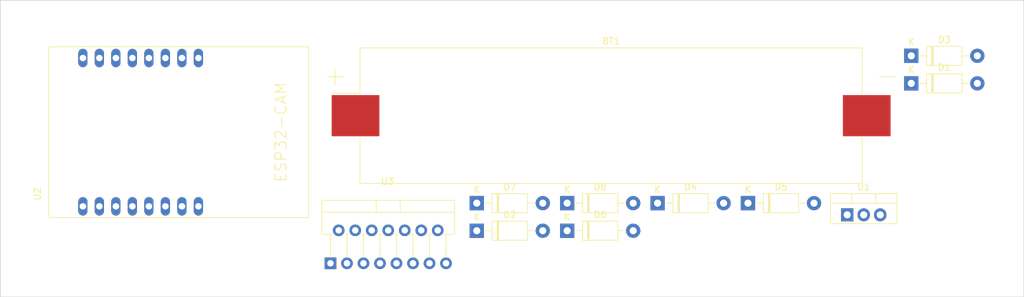
<source format=kicad_pcb>
(kicad_pcb (version 20211014) (generator pcbnew)
  (layers (0 "F.Cu" signal) (31 "B.Cu" signal) (34 "B.Paste" user) (35 "F.Paste" user) (36 "B.SilkS" user "B.Silkscreen") (37 "F.SilkS" user "F.Silkscreen") (38 "B.Mask" user) (39 "F.Mask" user) (44 "Edge.Cuts" user))
  (net 0 "")
  (net 1 "Net-(D1-Pad1)")
  (net 2 "GND")
  (net 3 "Net-(D1-Pad2)")
  (net 4 "Net-(D3-Pad2)")
  (net 5 "Net-(D5-Pad2)")
  (net 6 "Net-(D7-Pad2)")
  (net 7 "Net-(U1-Pad3)")
  (net 8 "Net-(U3-Pad5)")
  (net 9 "Net-(U3-Pad6)")
  (net 10 "Net-(U3-Pad7)")
  (net 11 "Net-(U3-Pad10)")
  (net 12 "Net-(U3-Pad11)")
  (net 13 "Net-(U3-Pad12)")
  (footprint "Diode_THT:D_DO-41_SOD81_P10.16mm_Horizontal" (layer "F.Cu") (at 116.485 89.68)
    (fp_text reference "D7" (at 5.08 -2.47) (layer "F.SilkS"))
    (fp_text value "1N4007")
    (fp_text user "K" (at 0 -2.1) (layer "F.SilkS"))
    (fp_line (start 2.36 -1.47) (end 2.36 1.47) (layer "F.SilkS") (width 0.12))
    (fp_line (start 2.36 1.47) (end 7.8 1.47) (layer "F.SilkS") (width 0.12))
    (fp_line (start 3.14 -1.47) (end 3.14 1.47) (layer "F.SilkS") (width 0.12))
    (fp_line (start 1.34 0) (end 2.36 0) (layer "F.SilkS") (width 0.12))
    (fp_line (start 3.26 -1.47) (end 3.26 1.47) (layer "F.SilkS") (width 0.12))
    (fp_line (start 7.8 1.47) (end 7.8 -1.47) (layer "F.SilkS") (width 0.12))
    (fp_line (start 3.38 -1.47) (end 3.38 1.47) (layer "F.SilkS") (width 0.12))
    (fp_line (start 8.82 0) (end 7.8 0) (layer "F.SilkS") (width 0.12))
    (fp_line (start 7.8 -1.47) (end 2.36 -1.47) (layer "F.SilkS") (width 0.12))
    (pad "1" thru_hole rect (at 0 0) (size 2.2 2.2) (drill 1.1) (layers *.Cu *.Mask) (net 1 "Net-(D1-Pad1)"))
    (pad "2" thru_hole oval (at 10.16 0) (size 2.2 2.2) (drill 1.1) (layers *.Cu *.Mask) (net 6 "Net-(D7-Pad2)"))
  )
  (footprint "ESP:ESP32-CAM" (layer "F.Cu") (at 66.04 78.74 90)
    (fp_text reference "U2" (at -9.525 -17.145 90) (layer "F.SilkS"))
    (fp_text value "ESP32-CAM")
    (fp_text user "ESP32-CAM" (at 0 20.32 90) (layer "F.SilkS") (effects (font (size 1.72 1.72))))
    (fp_line (start 13.16 24.57) (end -13.16 24.57) (layer "F.SilkS") (width 0.127))
    (fp_line (start 13.16 -15.43) (end 13.16 24.57) (layer "F.SilkS") (width 0.127))
    (fp_line (start -13.16 -15.43) (end 13.16 -15.43) (layer "F.SilkS") (width 0.127))
    (fp_line (start -13.16 24.57) (end -13.16 -15.43) (layer "F.SilkS") (width 0.127))
    (pad "1" thru_hole oval (at -11.43 -10.16 90) (size 2.8448 1.4224) (drill 1) (layers *.Cu *.Mask) (net 8 "Net-(U3-Pad5)"))
    (pad "2" thru_hole oval (at -11.43 -7.62 90) (size 2.8448 1.4224) (drill 1) (layers *.Cu *.Mask) (net 10 "Net-(U3-Pad7)"))
    (pad "3" thru_hole oval (at -11.43 -5.08 90) (size 2.8448 1.4224) (drill 1) (layers *.Cu *.Mask) (net 11 "Net-(U3-Pad10)"))
    (pad "4" thru_hole oval (at -11.43 -2.54 90) (size 2.8448 1.4224) (drill 1) (layers *.Cu *.Mask) (net 13 "Net-(U3-Pad12)"))
    (pad "5" thru_hole oval (at -11.43 0 90) (size 2.8448 1.4224) (drill 1) (layers *.Cu *.Mask) (net 9 "Net-(U3-Pad6)"))
    (pad "6" thru_hole oval (at -11.43 2.54 90) (size 2.8448 1.4224) (drill 1) (layers *.Cu *.Mask) (net 12 "Net-(U3-Pad11)"))
    (pad "7" thru_hole oval (at -11.43 5.08 90) (size 2.8448 1.4224) (drill 1) (layers *.Cu *.Mask) (net 2 "GND"))
    (pad "8" thru_hole oval (at -11.43 7.62 90) (size 2.8448 1.4224) (drill 1) (layers *.Cu *.Mask) (net 7 "Net-(U1-Pad3)"))
    (pad "9" thru_hole oval (at 11.43 7.62 90) (size 2.8448 1.4224) (drill 1) (layers *.Cu *.Mask))
    (pad "10" thru_hole oval (at 11.43 5.08 90) (size 2.8448 1.4224) (drill 1) (layers *.Cu *.Mask))
    (pad "11" thru_hole oval (at 11.43 2.54 90) (size 2.8448 1.4224) (drill 1) (layers *.Cu *.Mask))
    (pad "12" thru_hole oval (at 11.43 0 90) (size 2.8448 1.4224) (drill 1) (layers *.Cu *.Mask))
    (pad "13" thru_hole oval (at 11.43 -2.54 90) (size 2.8448 1.4224) (drill 1) (layers *.Cu *.Mask))
    (pad "14" thru_hole oval (at 11.43 -5.08 90) (size 2.8448 1.4224) (drill 1) (layers *.Cu *.Mask))
    (pad "15" thru_hole oval (at 11.43 -7.62 90) (size 2.8448 1.4224) (drill 1) (layers *.Cu *.Mask))
    (pad "16" thru_hole oval (at 11.43 -10.16 90) (size 2.8448 1.4224) (drill 1) (layers *.Cu *.Mask))
  )
  (footprint "Diode_THT:D_DO-41_SOD81_P10.16mm_Horizontal" (layer "F.Cu") (at 183.345 66.97)
    (fp_text reference "D3" (at 5.08 -2.47) (layer "F.SilkS"))
    (fp_text value "1N4007")
    (fp_text user "K" (at 0 -2.1) (layer "F.SilkS"))
    (fp_line (start 1.34 0) (end 2.36 0) (layer "F.SilkS") (width 0.12))
    (fp_line (start 3.38 -1.47) (end 3.38 1.47) (layer "F.SilkS") (width 0.12))
    (fp_line (start 3.14 -1.47) (end 3.14 1.47) (layer "F.SilkS") (width 0.12))
    (fp_line (start 2.36 1.47) (end 7.8 1.47) (layer "F.SilkS") (width 0.12))
    (fp_line (start 3.26 -1.47) (end 3.26 1.47) (layer "F.SilkS") (width 0.12))
    (fp_line (start 7.8 -1.47) (end 2.36 -1.47) (layer "F.SilkS") (width 0.12))
    (fp_line (start 2.36 -1.47) (end 2.36 1.47) (layer "F.SilkS") (width 0.12))
    (fp_line (start 7.8 1.47) (end 7.8 -1.47) (layer "F.SilkS") (width 0.12))
    (fp_line (start 8.82 0) (end 7.8 0) (layer "F.SilkS") (width 0.12))
    (pad "1" thru_hole rect (at 0 0) (size 2.2 2.2) (drill 1.1) (layers *.Cu *.Mask) (net 1 "Net-(D1-Pad1)"))
    (pad "2" thru_hole oval (at 10.16 0) (size 2.2 2.2) (drill 1.1) (layers *.Cu *.Mask) (net 4 "Net-(D3-Pad2)"))
  )
  (footprint "Diode_THT:D_DO-41_SOD81_P10.16mm_Horizontal" (layer "F.Cu") (at 130.395 93.93)
    (fp_text reference "D6" (at 5.08 -2.47) (layer "F.SilkS"))
    (fp_text value "1N4007")
    (fp_text user "K" (at 0 -2.1) (layer "F.SilkS"))
    (fp_line (start 8.82 0) (end 7.8 0) (layer "F.SilkS") (width 0.12))
    (fp_line (start 7.8 1.47) (end 7.8 -1.47) (layer "F.SilkS") (width 0.12))
    (fp_line (start 7.8 -1.47) (end 2.36 -1.47) (layer "F.SilkS") (width 0.12))
    (fp_line (start 3.14 -1.47) (end 3.14 1.47) (layer "F.SilkS") (width 0.12))
    (fp_line (start 2.36 -1.47) (end 2.36 1.47) (layer "F.SilkS") (width 0.12))
    (fp_line (start 1.34 0) (end 2.36 0) (layer "F.SilkS") (width 0.12))
    (fp_line (start 3.26 -1.47) (end 3.26 1.47) (layer "F.SilkS") (width 0.12))
    (fp_line (start 3.38 -1.47) (end 3.38 1.47) (layer "F.SilkS") (width 0.12))
    (fp_line (start 2.36 1.47) (end 7.8 1.47) (layer "F.SilkS") (width 0.12))
    (pad "1" thru_hole rect (at 0 0) (size 2.2 2.2) (drill 1.1) (layers *.Cu *.Mask) (net 5 "Net-(D5-Pad2)"))
    (pad "2" thru_hole oval (at 10.16 0) (size 2.2 2.2) (drill 1.1) (layers *.Cu *.Mask) (net 2 "GND"))
  )
  (footprint "Diode_THT:D_DO-41_SOD81_P10.16mm_Horizontal" (layer "F.Cu") (at 130.395 89.68)
    (fp_text reference "D8" (at 5.08 -2.47) (layer "F.SilkS"))
    (fp_text value "1N4007")
    (fp_text user "K" (at 0 -2.1) (layer "F.SilkS"))
    (fp_line (start 3.38 -1.47) (end 3.38 1.47) (layer "F.SilkS") (width 0.12))
    (fp_line (start 2.36 -1.47) (end 2.36 1.47) (layer "F.SilkS") (width 0.12))
    (fp_line (start 7.8 1.47) (end 7.8 -1.47) (layer "F.SilkS") (width 0.12))
    (fp_line (start 1.34 0) (end 2.36 0) (layer "F.SilkS") (width 0.12))
    (fp_line (start 2.36 1.47) (end 7.8 1.47) (layer "F.SilkS") (width 0.12))
    (fp_line (start 7.8 -1.47) (end 2.36 -1.47) (layer "F.SilkS") (width 0.12))
    (fp_line (start 8.82 0) (end 7.8 0) (layer "F.SilkS") (width 0.12))
    (fp_line (start 3.14 -1.47) (end 3.14 1.47) (layer "F.SilkS") (width 0.12))
    (fp_line (start 3.26 -1.47) (end 3.26 1.47) (layer "F.SilkS") (width 0.12))
    (pad "1" thru_hole rect (at 0 0) (size 2.2 2.2) (drill 1.1) (layers *.Cu *.Mask) (net 6 "Net-(D7-Pad2)"))
    (pad "2" thru_hole oval (at 10.16 0) (size 2.2 2.2) (drill 1.1) (layers *.Cu *.Mask) (net 2 "GND"))
  )
  (footprint "Diode_THT:D_DO-41_SOD81_P10.16mm_Horizontal" (layer "F.Cu") (at 144.305 89.68)
    (fp_text reference "D4" (at 5.08 -2.47) (layer "F.SilkS"))
    (fp_text value "1N4007")
    (fp_text user "K" (at 0 -2.1) (layer "F.SilkS"))
    (fp_line (start 7.8 -1.47) (end 2.36 -1.47) (layer "F.SilkS") (width 0.12))
    (fp_line (start 3.26 -1.47) (end 3.26 1.47) (layer "F.SilkS") (width 0.12))
    (fp_line (start 7.8 1.47) (end 7.8 -1.47) (layer "F.SilkS") (width 0.12))
    (fp_line (start 2.36 -1.47) (end 2.36 1.47) (layer "F.SilkS") (width 0.12))
    (fp_line (start 3.38 -1.47) (end 3.38 1.47) (layer "F.SilkS") (width 0.12))
    (fp_line (start 8.82 0) (end 7.8 0) (layer "F.SilkS") (width 0.12))
    (fp_line (start 1.34 0) (end 2.36 0) (layer "F.SilkS") (width 0.12))
    (fp_line (start 3.14 -1.47) (end 3.14 1.47) (layer "F.SilkS") (width 0.12))
    (fp_line (start 2.36 1.47) (end 7.8 1.47) (layer "F.SilkS") (width 0.12))
    (pad "1" thru_hole rect (at 0 0) (size 2.2 2.2) (drill 1.1) (layers *.Cu *.Mask) (net 4 "Net-(D3-Pad2)"))
    (pad "2" thru_hole oval (at 10.16 0) (size 2.2 2.2) (drill 1.1) (layers *.Cu *.Mask) (net 2 "GND"))
  )
  (footprint "Diode_THT:D_DO-41_SOD81_P10.16mm_Horizontal" (layer "F.Cu") (at 116.485 93.93)
    (fp_text reference "D2" (at 5.08 -2.47) (layer "F.SilkS"))
    (fp_text value "1N4007")
    (fp_text user "K" (at 0 -2.1) (layer "F.SilkS"))
    (fp_line (start 2.36 -1.47) (end 2.36 1.47) (layer "F.SilkS") (width 0.12))
    (fp_line (start 3.38 -1.47) (end 3.38 1.47) (layer "F.SilkS") (width 0.12))
    (fp_line (start 3.14 -1.47) (end 3.14 1.47) (layer "F.SilkS") (width 0.12))
    (fp_line (start 3.26 -1.47) (end 3.26 1.47) (layer "F.SilkS") (width 0.12))
    (fp_line (start 8.82 0) (end 7.8 0) (layer "F.SilkS") (width 0.12))
    (fp_line (start 1.34 0) (end 2.36 0) (layer "F.SilkS") (width 0.12))
    (fp_line (start 2.36 1.47) (end 7.8 1.47) (layer "F.SilkS") (width 0.12))
    (fp_line (start 7.8 1.47) (end 7.8 -1.47) (layer "F.SilkS") (width 0.12))
    (fp_line (start 7.8 -1.47) (end 2.36 -1.47) (layer "F.SilkS") (width 0.12))
    (pad "1" thru_hole rect (at 0 0) (size 2.2 2.2) (drill 1.1) (layers *.Cu *.Mask) (net 3 "Net-(D1-Pad2)"))
    (pad "2" thru_hole oval (at 10.16 0) (size 2.2 2.2) (drill 1.1) (layers *.Cu *.Mask) (net 2 "GND"))
  )
  (footprint "Battery:BatteryHolder_Keystone_1042_1x18650" (layer "F.Cu") (at 137.16 76.2)
    (fp_text reference "BT1" (at 0 -11.5) (layer "F.SilkS"))
    (fp_text value "Battery_Cell")
    (fp_line (start -38.64 10.44) (end -38.64 3.44) (layer "F.SilkS") (width 0.12))
    (fp_line (start 38.64 10.44) (end -38.64 10.44) (layer "F.SilkS") (width 0.12))
    (fp_line (start -43.75 -6) (end -41.25 -6) (layer "F.SilkS") (width 0.12))
    (fp_line (start -42.5 -4.75) (end -42.5 -7.25) (layer "F.SilkS") (width 0.12))
    (fp_line (start 43.75 -6) (end 41.25 -6) (layer "F.SilkS") (width 0.12))
    (fp_line (start 38.64 -3.44) (end 38.64 -10.42) (layer "F.SilkS") (width 0.12))
    (fp_line (start -38.64 -10.44) (end -38.64 -3.44) (layer "F.SilkS") (width 0.12))
    (fp_line (start -38.64 -3.44) (end -43 -3.44) (layer "F.SilkS") (width 0.12))
    (fp_line (start 38.64 -10.44) (end -38.64 -10.44) (layer "F.SilkS") (width 0.12))
    (fp_line (start 38.64 3.44) (end 38.64 10.44) (layer "F.SilkS") (width 0.12))
    (pad "" np_thru_hole circle (at -35.93 -8) (size 2.39 2.39) (drill 2.39) (layers *.Cu *.Mask))
    (pad "" np_thru_hole circle (at -27.6 8) (size 3.45 3.45) (drill 3.45) (layers *.Cu *.Mask))
    (pad "" np_thru_hole circle (at 27.6 -8) (size 3.45 3.45) (drill 3.45) (layers *.Cu *.Mask))
    (pad "1" smd rect (at -39.33 0) (size 7.34 6.35) (layers "F.Cu" "F.Paste" "F.Mask") (net 1 "Net-(D1-Pad1)"))
    (pad "2" smd rect (at 39.33 0) (size 7.34 6.35) (layers "F.Cu" "F.Paste" "F.Mask") (net 2 "GND"))
  )
  (footprint "Diode_THT:D_DO-41_SOD81_P10.16mm_Horizontal" (layer "F.Cu") (at 158.215 89.68)
    (fp_text reference "D5" (at 5.08 -2.47) (layer "F.SilkS"))
    (fp_text value "1N4007")
    (fp_text user "K" (at 0 -2.1) (layer "F.SilkS"))
    (fp_line (start 3.26 -1.47) (end 3.26 1.47) (layer "F.SilkS") (width 0.12))
    (fp_line (start 2.36 -1.47) (end 2.36 1.47) (layer "F.SilkS") (width 0.12))
    (fp_line (start 2.36 1.47) (end 7.8 1.47) (layer "F.SilkS") (width 0.12))
    (fp_line (start 3.14 -1.47) (end 3.14 1.47) (layer "F.SilkS") (width 0.12))
    (fp_line (start 8.82 0) (end 7.8 0) (layer "F.SilkS") (width 0.12))
    (fp_line (start 7.8 1.47) (end 7.8 -1.47) (layer "F.SilkS") (width 0.12))
    (fp_line (start 3.38 -1.47) (end 3.38 1.47) (layer "F.SilkS") (width 0.12))
    (fp_line (start 1.34 0) (end 2.36 0) (layer "F.SilkS") (width 0.12))
    (fp_line (start 7.8 -1.47) (end 2.36 -1.47) (layer "F.SilkS") (width 0.12))
    (pad "1" thru_hole rect (at 0 0) (size 2.2 2.2) (drill 1.1) (layers *.Cu *.Mask) (net 1 "Net-(D1-Pad1)"))
    (pad "2" thru_hole oval (at 10.16 0) (size 2.2 2.2) (drill 1.1) (layers *.Cu *.Mask) (net 5 "Net-(D5-Pad2)"))
  )
  (footprint "L298:L298N" (layer "F.Cu") (at 102.7602 95.8936)
    (fp_text reference "U3" (at 0 -9.5504 unlocked) (layer "F.SilkS"))
    (fp_text value "L298HN")
    (fp_line (start -1.7442 -6.6436) (end -1.7442 -4.8036) (layer "F.SilkS") (width 0.12))
    (fp_line (start 6.1098 -1.4026) (end 6.8008 -1.4026) (layer "F.SilkS") (width 0.12))
    (fp_line (start -10.1152 -1.4026) (end -8.4392 -1.4026) (layer "F.SilkS") (width 0.12))
    (fp_line (start -10.1152 -6.6436) (end 10.3248 -6.6436) (layer "F.SilkS") (width 0.12))
    (fp_line (start -10.1152 -4.8036) (end 10.3248 -4.8036) (layer "F.SilkS") (width 0.12))
    (fp_line (start 8.6498 -1.4026) (end 10.3248 -1.4026) (layer "F.SilkS") (width 0.12))
    (fp_line (start 3.9148 -1.4026) (end 3.9148 1.9914) (layer "F.SilkS") (width 0.12))
    (fp_line (start -8.7852 -1.4026) (end -8.7852 2.0064) (layer "F.SilkS") (width 0.12))
    (fp_line (start 1.3748 -1.4026) (end 1.3748 1.9914) (layer "F.SilkS") (width 0.12))
    (fp_line (start -6.2452 -1.4026) (end -6.2452 1.9914) (layer "F.SilkS") (width 0.12))
    (fp_line (start -10.1152 -6.6436) (end -10.1152 -1.4026) (layer "F.SilkS") (width 0.12))
    (fp_line (start -1.1652 -1.4026) (end -1.1652 1.9914) (layer "F.SilkS") (width 0.12))
    (fp_line (start 1.0298 -1.4026) (end 1.7208 -1.4026) (layer "F.SilkS") (width 0.12))
    (fp_line (start -3.7052 -1.4026) (end -3.7052 1.9914) (layer "F.SilkS") (width 0.12))
    (fp_line (start -6.5902 -1.4026) (end -5.8992 -1.4026) (layer "F.SilkS") (width 0.12))
    (fp_line (start 3.5698 -1.4026) (end 4.2608 -1.4026) (layer "F.SilkS") (width 0.12))
    (fp_line (start 10.3248 -6.6436) (end 10.3248 -1.4026) (layer "F.SilkS") (width 0.12))
    (fp_line (start 6.4548 -1.4026) (end 6.4548 1.9914) (layer "F.SilkS") (width 0.12))
    (fp_line (start 8.9948 -1.4026) (end 8.9948 1.9914) (layer "F.SilkS") (width 0.12))
    (fp_line (start 1.9548 -6.6436) (end 1.9548 -4.8036) (layer "F.SilkS") (width 0.12))
    (fp_line (start -4.0502 -1.4026) (end -3.3592 -1.4026) (layer "F.SilkS") (width 0.12))
    (fp_line (start -1.5102 -1.4026) (end -0.8192 -1.4026) (layer "F.SilkS") (width 0.12))
    (pad "1" thru_hole rect (at -8.7852 3.0564) (size 1.8 1.8) (drill 1) (layers *.Cu *.Mask) (net 2 "GND"))
    (pad "2" thru_hole oval (at -7.5152 -2.0236) (size 1.8 1.8) (drill 1) (layers *.Cu *.Mask) (net 3 "Net-(D1-Pad2)"))
    (pad "3" thru_hole oval (at -6.2452 3.0564) (size 1.8 1.8) (drill 1) (layers *.Cu *.Mask) (net 4 "Net-(D3-Pad2)"))
    (pad "4" thru_hole oval (at -4.9752 -2.0236) (size 1.8 1.8) (drill 1) (layers *.Cu *.Mask) (net 1 "Net-(D1-Pad1)"))
    (pad "5" thru_hole oval (at -3.7052 3.0564) (size 1.8 1.8) (drill 1) (layers *.Cu *.Mask) (net 8 "Net-(U3-Pad5)"))
    (pad "6" thru_hole oval (at -2.4352 -2.0236) (size 1.8 1.8) (drill 1) (layers *.Cu *.Mask) (net 9 "Net-(U3-Pad6)"))
    (pad "7" thru_hole oval (at -1.1652 3.0564) (size 1.8 1.8) (drill 1) (layers *.Cu *.Mask) (net 10 "Net-(U3-Pad7)"))
    (pad "8" thru_hole oval (at 0.1048 -2.0236) (size 1.8 1.8) (drill 1) (layers *.Cu *.Mask) (net 2 "GND"))
    (pad "9" thru_hole oval (at 1.3748 3.0564) (size 1.8 1.8) (drill 1) (layers *.Cu *.Mask) (net 7 "Net-(U1-Pad3)"))
    (pad "10" thru_hole oval (at 2.6448 -2.0236) (size 1.8 1.8) (drill 1) (layers *.Cu *.Mask) (net 11 "Net-(U3-Pad10)"))
    (pad "11" thru_hole oval (at 3.9148 3.0564) (size 1.8 1.8) (drill 1) (layers *.Cu *.Mask) (net 12 "Net-(U3-Pad11)"))
    (pad "12" thru_hole oval (at 5.1848 -2.0236) (size 1.8 1.8) (drill 1) (layers *.Cu *.Mask) (net 13 "Net-(U3-Pad12)"))
    (pad "13" thru_hole oval (at 6.4548 3.0564) (size 1.8 1.8) (drill 1) (layers *.Cu *.Mask) (net 5 "Net-(D5-Pad2)"))
    (pad "14" thru_hole oval (at 7.7248 -2.0236) (size 1.8 1.8) (drill 1) (layers *.Cu *.Mask) (net 6 "Net-(D7-Pad2)"))
    (pad "15" thru_hole oval (at 8.9948 3.0564) (size 1.8 1.8) (drill 1) (layers *.Cu *.Mask) (net 2 "GND"))
  )
  (footprint "Package_TO_SOT_THT:TO-220-3_Vertical" (layer "F.Cu") (at 173.485 91.48)
    (fp_text reference "U1" (at 2.54 -4.27) (layer "F.SilkS"))
    (fp_text value "LM7805_TO220")
    (fp_line (start -2.58 -1.76) (end 7.66 -1.76) (layer "F.SilkS") (width 0.12))
    (fp_line (start 4.391 -3.27) (end 4.391 -1.76) (layer "F.SilkS") (width 0.12))
    (fp_line (start 0.69 -3.27) (end 0.69 -1.76) (layer "F.SilkS") (width 0.12))
    (fp_line (start 7.66 -3.27) (end 7.66 1.371) (layer "F.SilkS") (width 0.12))
    (fp_line (start -2.58 -3.27) (end -2.58 1.371) (layer "F.SilkS") (width 0.12))
    (fp_line (start -2.58 -3.27) (end 7.66 -3.27) (layer "F.SilkS") (width 0.12))
    (fp_line (start -2.58 1.371) (end 7.66 1.371) (layer "F.SilkS") (width 0.12))
    (pad "1" thru_hole rect (at 0 0) (size 1.905 2) (drill 1.1) (layers *.Cu *.Mask) (net 1 "Net-(D1-Pad1)"))
    (pad "2" thru_hole oval (at 2.54 0) (size 1.905 2) (drill 1.1) (layers *.Cu *.Mask) (net 2 "GND"))
    (pad "3" thru_hole oval (at 5.08 0) (size 1.905 2) (drill 1.1) (layers *.Cu *.Mask) (net 7 "Net-(U1-Pad3)"))
  )
  (footprint "Diode_THT:D_DO-41_SOD81_P10.16mm_Horizontal" (layer "F.Cu") (at 183.345 71.22)
    (fp_text reference "D1" (at 5.08 -2.47) (layer "F.SilkS"))
    (fp_text value "1N4007")
    (fp_text user "K" (at 0 -2.1) (layer "F.SilkS"))
    (fp_line (start 8.82 0) (end 7.8 0) (layer "F.SilkS") (width 0.12))
    (fp_line (start 7.8 -1.47) (end 2.36 -1.47) (layer "F.SilkS") (width 0.12))
    (fp_line (start 3.26 -1.47) (end 3.26 1.47) (layer "F.SilkS") (width 0.12))
    (fp_line (start 3.38 -1.47) (end 3.38 1.47) (layer "F.SilkS") (width 0.12))
    (fp_line (start 1.34 0) (end 2.36 0) (layer "F.SilkS") (width 0.12))
    (fp_line (start 7.8 1.47) (end 7.8 -1.47) (layer "F.SilkS") (width 0.12))
    (fp_line (start 2.36 -1.47) (end 2.36 1.47) (layer "F.SilkS") (width 0.12))
    (fp_line (start 2.36 1.47) (end 7.8 1.47) (layer "F.SilkS") (width 0.12))
    (fp_line (start 3.14 -1.47) (end 3.14 1.47) (layer "F.SilkS") (width 0.12))
    (pad "1" thru_hole rect (at 0 0) (size 2.2 2.2) (drill 1.1) (layers *.Cu *.Mask) (net 1 "Net-(D1-Pad1)"))
    (pad "2" thru_hole oval (at 10.16 0) (size 2.2 2.2) (drill 1.1) (layers *.Cu *.Mask) (net 3 "Net-(D1-Pad2)"))
  )
  (gr_rect (start 43.18 58.42) (end 200.66 104.14) (layer "Edge.Cuts") (width 0.1) (fill none))
)
</source>
